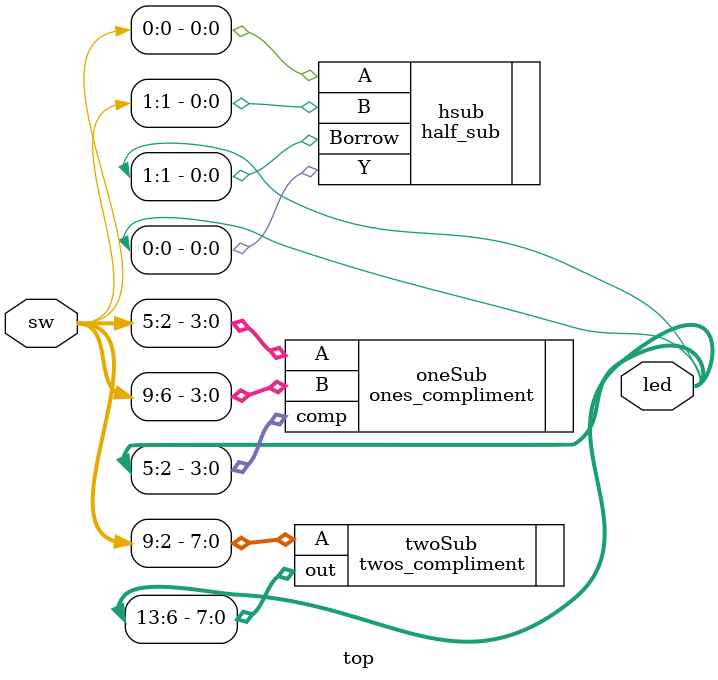
<source format=v>
module top(
    input[9:0]sw,
    output[13:0]led

);
        half_sub hsub(
        .A(sw[0]),
        .B(sw[1]),
        .Y(led[0]),
        .Borrow(led[1])
        
        );
        
        ones_compliment oneSub(
        .A(sw[5:2]),
        .B(sw[9:6]),
        .comp(led[5:2])
        );
        
        twos_compliment twoSub(
        .A(sw[9:2]),
        .out(led[13:6])
        );

endmodule

</source>
